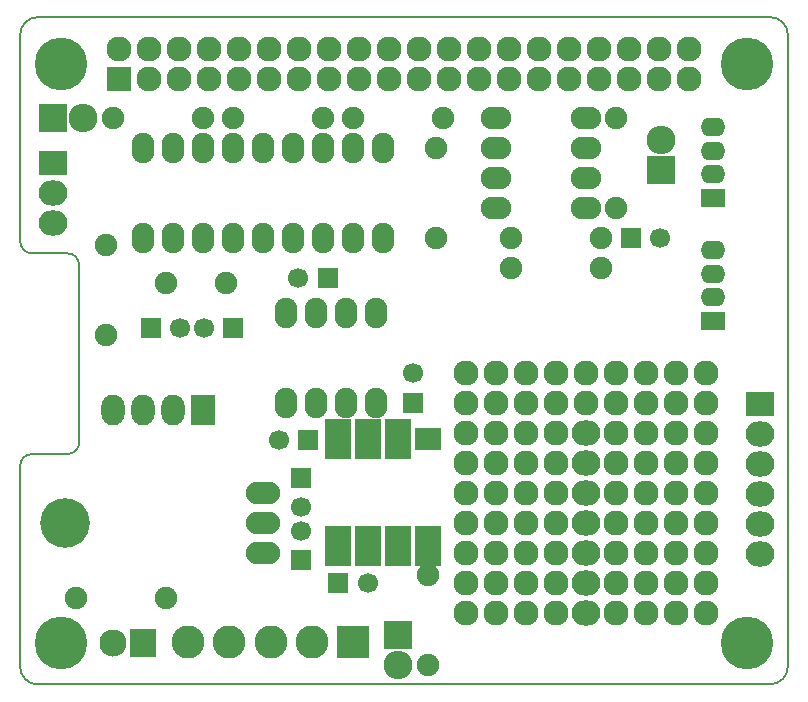
<source format=gbs>
G04 #@! TF.FileFunction,Soldermask,Bot*
%FSLAX46Y46*%
G04 Gerber Fmt 4.6, Leading zero omitted, Abs format (unit mm)*
G04 Created by KiCad (PCBNEW 4.0.2+dfsg1-stable) date Mi 22 Feb 2017 19:20:00 CET*
%MOMM*%
G01*
G04 APERTURE LIST*
%ADD10C,0.100000*%
%ADD11C,0.150000*%
%ADD12C,4.464000*%
%ADD13R,2.127200X2.127200*%
%ADD14O,2.127200X2.127200*%
%ADD15O,1.901140X2.599640*%
%ADD16R,1.700000X1.700000*%
%ADD17C,1.700000*%
%ADD18C,1.900000*%
%ADD19R,2.300000X2.400000*%
%ADD20C,2.300000*%
%ADD21R,2.432000X2.432000*%
%ADD22O,2.432000X2.432000*%
%ADD23O,2.899360X1.901140*%
%ADD24C,4.199840*%
%ADD25R,2.200000X3.400000*%
%ADD26R,2.200000X1.900000*%
%ADD27O,2.599640X1.901140*%
%ADD28C,2.127200*%
%ADD29O,2.432000X2.127200*%
%ADD30R,2.432000X2.127200*%
%ADD31R,2.000200X2.597100*%
%ADD32O,2.000200X2.597100*%
%ADD33R,2.099260X1.598880*%
%ADD34O,2.099260X1.598880*%
%ADD35C,2.800000*%
%ADD36R,2.800000X2.800000*%
G04 APERTURE END LIST*
D10*
D11*
X129500000Y-71500000D02*
X191500000Y-71500000D01*
X128000000Y-90500000D02*
X128000000Y-73000000D01*
X128000000Y-90500000D02*
G75*
G03X129000000Y-91500000I1000000J0D01*
G01*
X129000000Y-91500000D02*
X132000000Y-91500000D01*
X133000000Y-92500000D02*
G75*
G03X132000000Y-91500000I-1000000J0D01*
G01*
X133000000Y-107500000D02*
X133000000Y-92500000D01*
X128000000Y-126500000D02*
X128000000Y-109500000D01*
X129000000Y-108500000D02*
X132000000Y-108500000D01*
X132000000Y-108500000D02*
G75*
G03X133000000Y-107500000I0J1000000D01*
G01*
X129000000Y-108500000D02*
G75*
G03X128000000Y-109500000I0J-1000000D01*
G01*
X191500000Y-128000000D02*
X129500000Y-128000000D01*
X193000000Y-73000000D02*
X193000000Y-126500000D01*
X129500000Y-71500000D02*
G75*
G03X128000000Y-73000000I0J-1500000D01*
G01*
X128000000Y-126500000D02*
G75*
G03X129500000Y-128000000I1500000J0D01*
G01*
X191500000Y-128000000D02*
G75*
G03X193000000Y-126500000I0J1500000D01*
G01*
X193000000Y-73000000D02*
G75*
G03X191500000Y-71500000I-1500000J0D01*
G01*
D12*
X131500000Y-124500000D03*
X131500000Y-75500000D03*
X189500000Y-75500000D03*
D13*
X136372600Y-76758800D03*
D14*
X136372600Y-74218800D03*
X138912600Y-76758800D03*
X138912600Y-74218800D03*
X141452600Y-76758800D03*
X141452600Y-74218800D03*
X143992600Y-76758800D03*
X143992600Y-74218800D03*
X146532600Y-76758800D03*
X146532600Y-74218800D03*
X149072600Y-76758800D03*
X149072600Y-74218800D03*
X151612600Y-76758800D03*
X151612600Y-74218800D03*
X154152600Y-76758800D03*
X154152600Y-74218800D03*
X156692600Y-76758800D03*
X156692600Y-74218800D03*
X159232600Y-76758800D03*
X159232600Y-74218800D03*
X161772600Y-76758800D03*
X161772600Y-74218800D03*
X164312600Y-76758800D03*
X164312600Y-74218800D03*
X166852600Y-76758800D03*
X166852600Y-74218800D03*
X169392600Y-76758800D03*
X169392600Y-74218800D03*
X171932600Y-76758800D03*
X171932600Y-74218800D03*
X174472600Y-76758800D03*
X174472600Y-74218800D03*
X177012600Y-76758800D03*
X177012600Y-74218800D03*
X179552600Y-76758800D03*
X179552600Y-74218800D03*
X182092600Y-76758800D03*
X182092600Y-74218800D03*
X184632600Y-76758800D03*
X184632600Y-74218800D03*
D15*
X150495000Y-96520000D03*
X153035000Y-96520000D03*
X155575000Y-96520000D03*
X158115000Y-96520000D03*
X158115000Y-104140000D03*
X155575000Y-104140000D03*
X153035000Y-104140000D03*
X150495000Y-104140000D03*
D16*
X161290000Y-104140000D03*
D17*
X161290000Y-101640000D03*
D18*
X146050000Y-80010000D03*
X153670000Y-80010000D03*
D16*
X146050000Y-97790000D03*
D17*
X143550000Y-97790000D03*
D16*
X139065000Y-97790000D03*
D17*
X141565000Y-97790000D03*
D16*
X179705000Y-90170000D03*
D17*
X182205000Y-90170000D03*
D18*
X163830000Y-80010000D03*
X156210000Y-80010000D03*
X135255000Y-90805000D03*
X135255000Y-98425000D03*
D16*
X154051000Y-93573600D03*
D17*
X151551000Y-93573600D03*
D18*
X135890000Y-80010000D03*
X143510000Y-80010000D03*
D12*
X189500000Y-124500000D03*
D16*
X151765000Y-117475000D03*
D17*
X151765000Y-114975000D03*
D16*
X151765000Y-110490000D03*
D17*
X151765000Y-112990000D03*
D19*
X138430000Y-124460000D03*
D20*
X135890000Y-124460000D03*
D21*
X160020000Y-123825000D03*
D22*
X160020000Y-126365000D03*
D18*
X132715000Y-120650000D03*
X140335000Y-120650000D03*
D23*
X148590000Y-114300000D03*
X148590000Y-111760000D03*
X148590000Y-116840000D03*
D24*
X131826000Y-114300000D03*
D25*
X154940000Y-107260000D03*
X157480000Y-107260000D03*
X160020000Y-107260000D03*
D26*
X162560000Y-107260000D03*
D25*
X162560000Y-116260000D03*
X160020000Y-116260000D03*
X157480000Y-116260000D03*
X154940000Y-116260000D03*
D18*
X145415000Y-93980000D03*
X140335000Y-93980000D03*
D15*
X158750000Y-90170000D03*
X156210000Y-90170000D03*
X153670000Y-90170000D03*
X151130000Y-90170000D03*
X148590000Y-90170000D03*
X146050000Y-90170000D03*
X143510000Y-90170000D03*
X140970000Y-90170000D03*
X138430000Y-90170000D03*
X138430000Y-82550000D03*
X140970000Y-82550000D03*
X143510000Y-82550000D03*
X146050000Y-82550000D03*
X148590000Y-82550000D03*
X151130000Y-82550000D03*
X153670000Y-82550000D03*
X156210000Y-82550000D03*
X158750000Y-82550000D03*
D27*
X168275000Y-87630000D03*
X168275000Y-85090000D03*
X168275000Y-82550000D03*
X168275000Y-80010000D03*
X175895000Y-80010000D03*
X175895000Y-82550000D03*
X175895000Y-85090000D03*
X175895000Y-87630000D03*
D18*
X162560000Y-126365000D03*
X162560000Y-118745000D03*
D28*
X175895000Y-104140000D03*
D29*
X175895000Y-106680000D03*
X175895000Y-109220000D03*
X175895000Y-111760000D03*
X175895000Y-114300000D03*
X175895000Y-116840000D03*
X175895000Y-119380000D03*
X175895000Y-121920000D03*
D28*
X180975000Y-104140000D03*
D14*
X178435000Y-104140000D03*
X180975000Y-106680000D03*
X178435000Y-106680000D03*
X180975000Y-109220000D03*
X178435000Y-109220000D03*
X180975000Y-111760000D03*
X178435000Y-111760000D03*
X180975000Y-114300000D03*
X178435000Y-114300000D03*
X180975000Y-116840000D03*
X178435000Y-116840000D03*
X180975000Y-119380000D03*
X178435000Y-119380000D03*
X180975000Y-121920000D03*
X178435000Y-121920000D03*
D28*
X186055000Y-104140000D03*
D14*
X183515000Y-104140000D03*
X186055000Y-106680000D03*
X183515000Y-106680000D03*
X186055000Y-109220000D03*
X183515000Y-109220000D03*
X186055000Y-111760000D03*
X183515000Y-111760000D03*
X186055000Y-114300000D03*
X183515000Y-114300000D03*
X186055000Y-116840000D03*
X183515000Y-116840000D03*
X186055000Y-119380000D03*
X183515000Y-119380000D03*
X186055000Y-121920000D03*
X183515000Y-121920000D03*
D30*
X190627000Y-104267000D03*
D29*
X190627000Y-106807000D03*
X190627000Y-109347000D03*
X190627000Y-111887000D03*
X190627000Y-114427000D03*
X190627000Y-116967000D03*
D18*
X163195000Y-82550000D03*
X163195000Y-90170000D03*
X177165000Y-92710000D03*
X169545000Y-92710000D03*
X178435000Y-87630000D03*
X178435000Y-80010000D03*
X177165000Y-90170000D03*
X169545000Y-90170000D03*
D28*
X168275000Y-104140000D03*
D14*
X165735000Y-104140000D03*
X168275000Y-106680000D03*
X165735000Y-106680000D03*
X168275000Y-109220000D03*
X165735000Y-109220000D03*
X168275000Y-111760000D03*
X165735000Y-111760000D03*
X168275000Y-114300000D03*
X165735000Y-114300000D03*
X168275000Y-116840000D03*
X165735000Y-116840000D03*
X168275000Y-119380000D03*
X165735000Y-119380000D03*
X168275000Y-121920000D03*
X165735000Y-121920000D03*
D28*
X173355000Y-104140000D03*
D14*
X170815000Y-104140000D03*
X173355000Y-106680000D03*
X170815000Y-106680000D03*
X173355000Y-109220000D03*
X170815000Y-109220000D03*
X173355000Y-111760000D03*
X170815000Y-111760000D03*
X173355000Y-114300000D03*
X170815000Y-114300000D03*
X173355000Y-116840000D03*
X170815000Y-116840000D03*
X173355000Y-119380000D03*
X170815000Y-119380000D03*
X173355000Y-121920000D03*
X170815000Y-121920000D03*
D21*
X130810000Y-80010000D03*
D22*
X133350000Y-80010000D03*
D16*
X152400000Y-107315000D03*
D17*
X149900000Y-107315000D03*
D16*
X154940000Y-119380000D03*
D17*
X157440000Y-119380000D03*
D31*
X143510000Y-104775000D03*
D32*
X140970000Y-104775000D03*
X138430000Y-104775000D03*
X135890000Y-104775000D03*
D33*
X186690000Y-86819740D03*
D34*
X186690000Y-84820760D03*
X186690000Y-82819240D03*
X186690000Y-80820260D03*
D28*
X165735000Y-101600000D03*
X168275000Y-101600000D03*
X170815000Y-101600000D03*
X173355000Y-101600000D03*
D14*
X175895000Y-101600000D03*
X178435000Y-101600000D03*
D28*
X180975000Y-101600000D03*
D14*
X183515000Y-101600000D03*
D28*
X186055000Y-101600000D03*
D33*
X186690000Y-97233740D03*
D34*
X186690000Y-95234760D03*
X186690000Y-93233240D03*
X186690000Y-91234260D03*
D21*
X182245000Y-84455000D03*
D22*
X182245000Y-81915000D03*
D30*
X130810000Y-83820000D03*
D29*
X130810000Y-86360000D03*
X130810000Y-88900000D03*
D35*
X152725000Y-124395000D03*
D36*
X156225000Y-124395000D03*
D35*
X149225000Y-124395000D03*
X145725000Y-124395000D03*
X142225000Y-124395000D03*
M02*

</source>
